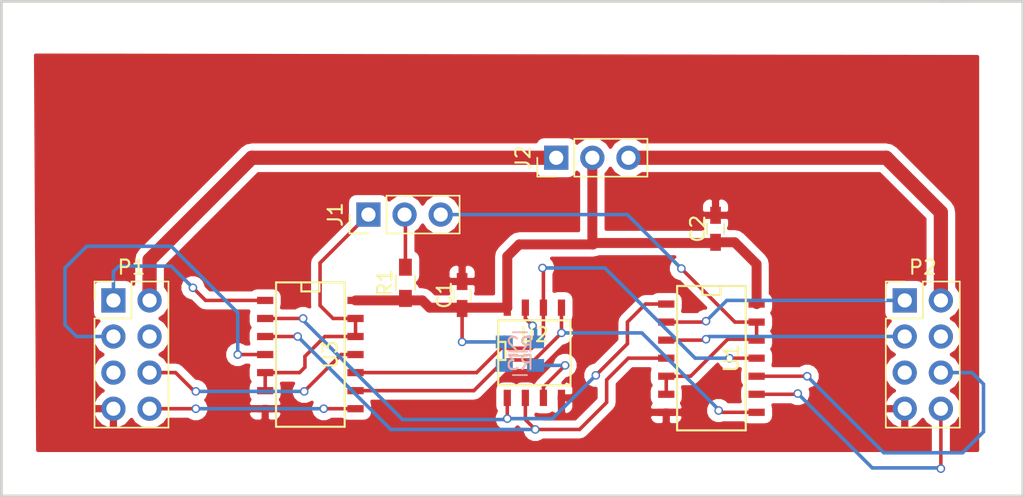
<source format=kicad_pcb>
(kicad_pcb (version 4) (host pcbnew 4.0.7)

  (general
    (links 43)
    (no_connects 0)
    (area 101.499999 70.299999 173.500001 105.300001)
    (thickness 1.6)
    (drawings 5)
    (tracks 174)
    (zones 0)
    (modules 12)
    (nets 26)
  )

  (page A4)
  (title_block
    (title spisolator2)
    (date 2018-05-31)
    (rev v0.1)
  )

  (layers
    (0 F.Cu signal)
    (31 B.Cu signal)
    (32 B.Adhes user)
    (33 F.Adhes user)
    (34 B.Paste user)
    (35 F.Paste user)
    (36 B.SilkS user)
    (37 F.SilkS user)
    (38 B.Mask user)
    (39 F.Mask user)
    (40 Dwgs.User user)
    (41 Cmts.User user)
    (42 Eco1.User user)
    (43 Eco2.User user)
    (44 Edge.Cuts user)
    (45 Margin user)
    (46 B.CrtYd user)
    (47 F.CrtYd user)
    (48 B.Fab user)
    (49 F.Fab user)
  )

  (setup
    (last_trace_width 0.25)
    (user_trace_width 0.7)
    (user_trace_width 1)
    (trace_clearance 0.2)
    (zone_clearance 0.508)
    (zone_45_only no)
    (trace_min 0.1524)
    (segment_width 0.2)
    (edge_width 0.2)
    (via_size 0.6)
    (via_drill 0.4)
    (via_min_size 0.4)
    (via_min_drill 0.3)
    (uvia_size 0.3)
    (uvia_drill 0.1)
    (uvias_allowed no)
    (uvia_min_size 0.2)
    (uvia_min_drill 0.1)
    (pcb_text_width 0.3)
    (pcb_text_size 1.5 1.5)
    (mod_edge_width 0.15)
    (mod_text_size 1 1)
    (mod_text_width 0.15)
    (pad_size 1.524 1.524)
    (pad_drill 0.762)
    (pad_to_mask_clearance 0.2)
    (aux_axis_origin 101.6 70.2)
    (visible_elements FFFFFF3F)
    (pcbplotparams
      (layerselection 0x010f0_80000001)
      (usegerberextensions false)
      (excludeedgelayer true)
      (linewidth 0.100000)
      (plotframeref false)
      (viasonmask false)
      (mode 1)
      (useauxorigin false)
      (hpglpennumber 1)
      (hpglpenspeed 20)
      (hpglpendiameter 15)
      (hpglpenoverlay 2)
      (psnegative false)
      (psa4output false)
      (plotreference true)
      (plotvalue true)
      (plotinvisibletext false)
      (padsonsilk false)
      (subtractmaskfromsilk false)
      (outputformat 1)
      (mirror false)
      (drillshape 0)
      (scaleselection 1)
      (outputdirectory /home/lynxis/projects/coreboot/spiisolator2/gerber/))
  )

  (net 0 "")
  (net 1 +3V3)
  (net 2 GND)
  (net 3 "Net-(J1-Pad2)")
  (net 4 VCC_Flasher)
  (net 5 VCC_Mainboard)
  (net 6 "Net-(P1-Pad4)")
  (net 7 "Net-(P1-Pad5)")
  (net 8 "Net-(P2-Pad4)")
  (net 9 "Net-(P2-Pad5)")
  (net 10 "Net-(R3-Pad2)")
  (net 11 /EN_FL)
  (net 12 /EN_MB)
  (net 13 /~CS_FL)
  (net 14 /SI_FL)
  (net 15 /CLK_FL)
  (net 16 /SO_FL)
  (net 17 /~CS_MB)
  (net 18 /SO_MB)
  (net 19 /CLK_MB)
  (net 20 /SI_MB)
  (net 21 /~WP)
  (net 22 /~CS)
  (net 23 /SO)
  (net 24 /SI)
  (net 25 /CLK)

  (net_class Default "This is the default net class."
    (clearance 0.2)
    (trace_width 0.25)
    (via_dia 0.6)
    (via_drill 0.4)
    (uvia_dia 0.3)
    (uvia_drill 0.1)
    (add_net +3V3)
    (add_net /CLK)
    (add_net /CLK_FL)
    (add_net /CLK_MB)
    (add_net /EN_FL)
    (add_net /EN_MB)
    (add_net /SI)
    (add_net /SI_FL)
    (add_net /SI_MB)
    (add_net /SO)
    (add_net /SO_FL)
    (add_net /SO_MB)
    (add_net /~CS)
    (add_net /~CS_FL)
    (add_net /~CS_MB)
    (add_net /~WP)
    (add_net GND)
    (add_net "Net-(J1-Pad2)")
    (add_net "Net-(P1-Pad4)")
    (add_net "Net-(P1-Pad5)")
    (add_net "Net-(P2-Pad4)")
    (add_net "Net-(P2-Pad5)")
    (add_net "Net-(R3-Pad2)")
    (add_net VCC_Flasher)
    (add_net VCC_Mainboard)
  )

  (module Capacitors_SMD:C_0603_HandSoldering (layer F.Cu) (tedit 58AA848B) (tstamp 5B0F364E)
    (at 133.985 91.059 90)
    (descr "Capacitor SMD 0603, hand soldering")
    (tags "capacitor 0603")
    (path /5B100400)
    (attr smd)
    (fp_text reference C1 (at 0 -1.25 90) (layer F.SilkS)
      (effects (font (size 1 1) (thickness 0.15)))
    )
    (fp_text value 10nF (at 0 1.5 90) (layer F.Fab)
      (effects (font (size 1 1) (thickness 0.15)))
    )
    (fp_text user %R (at 0 -1.25 90) (layer F.Fab)
      (effects (font (size 1 1) (thickness 0.15)))
    )
    (fp_line (start -0.8 0.4) (end -0.8 -0.4) (layer F.Fab) (width 0.1))
    (fp_line (start 0.8 0.4) (end -0.8 0.4) (layer F.Fab) (width 0.1))
    (fp_line (start 0.8 -0.4) (end 0.8 0.4) (layer F.Fab) (width 0.1))
    (fp_line (start -0.8 -0.4) (end 0.8 -0.4) (layer F.Fab) (width 0.1))
    (fp_line (start -0.35 -0.6) (end 0.35 -0.6) (layer F.SilkS) (width 0.12))
    (fp_line (start 0.35 0.6) (end -0.35 0.6) (layer F.SilkS) (width 0.12))
    (fp_line (start -1.8 -0.65) (end 1.8 -0.65) (layer F.CrtYd) (width 0.05))
    (fp_line (start -1.8 -0.65) (end -1.8 0.65) (layer F.CrtYd) (width 0.05))
    (fp_line (start 1.8 0.65) (end 1.8 -0.65) (layer F.CrtYd) (width 0.05))
    (fp_line (start 1.8 0.65) (end -1.8 0.65) (layer F.CrtYd) (width 0.05))
    (pad 1 smd rect (at -0.95 0 90) (size 1.2 0.75) (layers F.Cu F.Paste F.Mask)
      (net 1 +3V3))
    (pad 2 smd rect (at 0.95 0 90) (size 1.2 0.75) (layers F.Cu F.Paste F.Mask)
      (net 2 GND))
    (model Capacitors_SMD.3dshapes/C_0603.wrl
      (at (xyz 0 0 0))
      (scale (xyz 1 1 1))
      (rotate (xyz 0 0 0))
    )
  )

  (module Capacitors_SMD:C_0603_HandSoldering (layer F.Cu) (tedit 58AA848B) (tstamp 5B0F3654)
    (at 151.8 86.4 90)
    (descr "Capacitor SMD 0603, hand soldering")
    (tags "capacitor 0603")
    (path /5B103402)
    (attr smd)
    (fp_text reference C2 (at 0 -1.25 90) (layer F.SilkS)
      (effects (font (size 1 1) (thickness 0.15)))
    )
    (fp_text value 10uF (at 0 1.5 90) (layer F.Fab)
      (effects (font (size 1 1) (thickness 0.15)))
    )
    (fp_text user %R (at 0 -1.25 90) (layer F.Fab)
      (effects (font (size 1 1) (thickness 0.15)))
    )
    (fp_line (start -0.8 0.4) (end -0.8 -0.4) (layer F.Fab) (width 0.1))
    (fp_line (start 0.8 0.4) (end -0.8 0.4) (layer F.Fab) (width 0.1))
    (fp_line (start 0.8 -0.4) (end 0.8 0.4) (layer F.Fab) (width 0.1))
    (fp_line (start -0.8 -0.4) (end 0.8 -0.4) (layer F.Fab) (width 0.1))
    (fp_line (start -0.35 -0.6) (end 0.35 -0.6) (layer F.SilkS) (width 0.12))
    (fp_line (start 0.35 0.6) (end -0.35 0.6) (layer F.SilkS) (width 0.12))
    (fp_line (start -1.8 -0.65) (end 1.8 -0.65) (layer F.CrtYd) (width 0.05))
    (fp_line (start -1.8 -0.65) (end -1.8 0.65) (layer F.CrtYd) (width 0.05))
    (fp_line (start 1.8 0.65) (end 1.8 -0.65) (layer F.CrtYd) (width 0.05))
    (fp_line (start 1.8 0.65) (end -1.8 0.65) (layer F.CrtYd) (width 0.05))
    (pad 1 smd rect (at -0.95 0 90) (size 1.2 0.75) (layers F.Cu F.Paste F.Mask)
      (net 1 +3V3))
    (pad 2 smd rect (at 0.95 0 90) (size 1.2 0.75) (layers F.Cu F.Paste F.Mask)
      (net 2 GND))
    (model Capacitors_SMD.3dshapes/C_0603.wrl
      (at (xyz 0 0 0))
      (scale (xyz 1 1 1))
      (rotate (xyz 0 0 0))
    )
  )

  (module Pin_Headers:Pin_Header_Straight_1x03_Pitch2.54mm (layer F.Cu) (tedit 59650532) (tstamp 5B0F365B)
    (at 127.4 85.4 90)
    (descr "Through hole straight pin header, 1x03, 2.54mm pitch, single row")
    (tags "Through hole pin header THT 1x03 2.54mm single row")
    (path /5B10A2C6)
    (fp_text reference J1 (at 0 -2.33 90) (layer F.SilkS)
      (effects (font (size 1 1) (thickness 0.15)))
    )
    (fp_text value Conn_01x03_Male (at 0 7.41 90) (layer F.Fab)
      (effects (font (size 1 1) (thickness 0.15)))
    )
    (fp_line (start -0.635 -1.27) (end 1.27 -1.27) (layer F.Fab) (width 0.1))
    (fp_line (start 1.27 -1.27) (end 1.27 6.35) (layer F.Fab) (width 0.1))
    (fp_line (start 1.27 6.35) (end -1.27 6.35) (layer F.Fab) (width 0.1))
    (fp_line (start -1.27 6.35) (end -1.27 -0.635) (layer F.Fab) (width 0.1))
    (fp_line (start -1.27 -0.635) (end -0.635 -1.27) (layer F.Fab) (width 0.1))
    (fp_line (start -1.33 6.41) (end 1.33 6.41) (layer F.SilkS) (width 0.12))
    (fp_line (start -1.33 1.27) (end -1.33 6.41) (layer F.SilkS) (width 0.12))
    (fp_line (start 1.33 1.27) (end 1.33 6.41) (layer F.SilkS) (width 0.12))
    (fp_line (start -1.33 1.27) (end 1.33 1.27) (layer F.SilkS) (width 0.12))
    (fp_line (start -1.33 0) (end -1.33 -1.33) (layer F.SilkS) (width 0.12))
    (fp_line (start -1.33 -1.33) (end 0 -1.33) (layer F.SilkS) (width 0.12))
    (fp_line (start -1.8 -1.8) (end -1.8 6.85) (layer F.CrtYd) (width 0.05))
    (fp_line (start -1.8 6.85) (end 1.8 6.85) (layer F.CrtYd) (width 0.05))
    (fp_line (start 1.8 6.85) (end 1.8 -1.8) (layer F.CrtYd) (width 0.05))
    (fp_line (start 1.8 -1.8) (end -1.8 -1.8) (layer F.CrtYd) (width 0.05))
    (fp_text user %R (at 0 2.54 180) (layer F.Fab)
      (effects (font (size 1 1) (thickness 0.15)))
    )
    (pad 1 thru_hole rect (at 0 0 90) (size 1.7 1.7) (drill 1) (layers *.Cu *.Mask)
      (net 11 /EN_FL))
    (pad 2 thru_hole oval (at 0 2.54 90) (size 1.7 1.7) (drill 1) (layers *.Cu *.Mask)
      (net 3 "Net-(J1-Pad2)"))
    (pad 3 thru_hole oval (at 0 5.08 90) (size 1.7 1.7) (drill 1) (layers *.Cu *.Mask)
      (net 12 /EN_MB))
    (model ${KISYS3DMOD}/Pin_Headers.3dshapes/Pin_Header_Straight_1x03_Pitch2.54mm.wrl
      (at (xyz 0 0 0))
      (scale (xyz 1 1 1))
      (rotate (xyz 0 0 0))
    )
  )

  (module Pin_Headers:Pin_Header_Straight_1x03_Pitch2.54mm (layer F.Cu) (tedit 59650532) (tstamp 5B0F3662)
    (at 140.6 81.4 90)
    (descr "Through hole straight pin header, 1x03, 2.54mm pitch, single row")
    (tags "Through hole pin header THT 1x03 2.54mm single row")
    (path /5B103ECB)
    (fp_text reference J2 (at 0 -2.33 90) (layer F.SilkS)
      (effects (font (size 1 1) (thickness 0.15)))
    )
    (fp_text value Conn_01x03_Male (at 0 7.41 90) (layer F.Fab)
      (effects (font (size 1 1) (thickness 0.15)))
    )
    (fp_line (start -0.635 -1.27) (end 1.27 -1.27) (layer F.Fab) (width 0.1))
    (fp_line (start 1.27 -1.27) (end 1.27 6.35) (layer F.Fab) (width 0.1))
    (fp_line (start 1.27 6.35) (end -1.27 6.35) (layer F.Fab) (width 0.1))
    (fp_line (start -1.27 6.35) (end -1.27 -0.635) (layer F.Fab) (width 0.1))
    (fp_line (start -1.27 -0.635) (end -0.635 -1.27) (layer F.Fab) (width 0.1))
    (fp_line (start -1.33 6.41) (end 1.33 6.41) (layer F.SilkS) (width 0.12))
    (fp_line (start -1.33 1.27) (end -1.33 6.41) (layer F.SilkS) (width 0.12))
    (fp_line (start 1.33 1.27) (end 1.33 6.41) (layer F.SilkS) (width 0.12))
    (fp_line (start -1.33 1.27) (end 1.33 1.27) (layer F.SilkS) (width 0.12))
    (fp_line (start -1.33 0) (end -1.33 -1.33) (layer F.SilkS) (width 0.12))
    (fp_line (start -1.33 -1.33) (end 0 -1.33) (layer F.SilkS) (width 0.12))
    (fp_line (start -1.8 -1.8) (end -1.8 6.85) (layer F.CrtYd) (width 0.05))
    (fp_line (start -1.8 6.85) (end 1.8 6.85) (layer F.CrtYd) (width 0.05))
    (fp_line (start 1.8 6.85) (end 1.8 -1.8) (layer F.CrtYd) (width 0.05))
    (fp_line (start 1.8 -1.8) (end -1.8 -1.8) (layer F.CrtYd) (width 0.05))
    (fp_text user %R (at 0 2.54 180) (layer F.Fab)
      (effects (font (size 1 1) (thickness 0.15)))
    )
    (pad 1 thru_hole rect (at 0 0 90) (size 1.7 1.7) (drill 1) (layers *.Cu *.Mask)
      (net 4 VCC_Flasher))
    (pad 2 thru_hole oval (at 0 2.54 90) (size 1.7 1.7) (drill 1) (layers *.Cu *.Mask)
      (net 1 +3V3))
    (pad 3 thru_hole oval (at 0 5.08 90) (size 1.7 1.7) (drill 1) (layers *.Cu *.Mask)
      (net 5 VCC_Mainboard))
    (model ${KISYS3DMOD}/Pin_Headers.3dshapes/Pin_Header_Straight_1x03_Pitch2.54mm.wrl
      (at (xyz 0 0 0))
      (scale (xyz 1 1 1))
      (rotate (xyz 0 0 0))
    )
  )

  (module Pin_Headers:Pin_Header_Straight_2x04_Pitch2.54mm (layer F.Cu) (tedit 59650532) (tstamp 5B0F366E)
    (at 109.474 91.44)
    (descr "Through hole straight pin header, 2x04, 2.54mm pitch, double rows")
    (tags "Through hole pin header THT 2x04 2.54mm double row")
    (path /5B0F65CF)
    (fp_text reference P1 (at 1.27 -2.33) (layer F.SilkS)
      (effects (font (size 1 1) (thickness 0.15)))
    )
    (fp_text value CONN_02X04 (at 1.27 9.95) (layer F.Fab)
      (effects (font (size 1 1) (thickness 0.15)))
    )
    (fp_line (start 0 -1.27) (end 3.81 -1.27) (layer F.Fab) (width 0.1))
    (fp_line (start 3.81 -1.27) (end 3.81 8.89) (layer F.Fab) (width 0.1))
    (fp_line (start 3.81 8.89) (end -1.27 8.89) (layer F.Fab) (width 0.1))
    (fp_line (start -1.27 8.89) (end -1.27 0) (layer F.Fab) (width 0.1))
    (fp_line (start -1.27 0) (end 0 -1.27) (layer F.Fab) (width 0.1))
    (fp_line (start -1.33 8.95) (end 3.87 8.95) (layer F.SilkS) (width 0.12))
    (fp_line (start -1.33 1.27) (end -1.33 8.95) (layer F.SilkS) (width 0.12))
    (fp_line (start 3.87 -1.33) (end 3.87 8.95) (layer F.SilkS) (width 0.12))
    (fp_line (start -1.33 1.27) (end 1.27 1.27) (layer F.SilkS) (width 0.12))
    (fp_line (start 1.27 1.27) (end 1.27 -1.33) (layer F.SilkS) (width 0.12))
    (fp_line (start 1.27 -1.33) (end 3.87 -1.33) (layer F.SilkS) (width 0.12))
    (fp_line (start -1.33 0) (end -1.33 -1.33) (layer F.SilkS) (width 0.12))
    (fp_line (start -1.33 -1.33) (end 0 -1.33) (layer F.SilkS) (width 0.12))
    (fp_line (start -1.8 -1.8) (end -1.8 9.4) (layer F.CrtYd) (width 0.05))
    (fp_line (start -1.8 9.4) (end 4.35 9.4) (layer F.CrtYd) (width 0.05))
    (fp_line (start 4.35 9.4) (end 4.35 -1.8) (layer F.CrtYd) (width 0.05))
    (fp_line (start 4.35 -1.8) (end -1.8 -1.8) (layer F.CrtYd) (width 0.05))
    (fp_text user %R (at 1.27 3.81 90) (layer F.Fab)
      (effects (font (size 1 1) (thickness 0.15)))
    )
    (pad 1 thru_hole rect (at 0 0) (size 1.7 1.7) (drill 1) (layers *.Cu *.Mask)
      (net 13 /~CS_FL))
    (pad 2 thru_hole oval (at 2.54 0) (size 1.7 1.7) (drill 1) (layers *.Cu *.Mask)
      (net 4 VCC_Flasher))
    (pad 3 thru_hole oval (at 0 2.54) (size 1.7 1.7) (drill 1) (layers *.Cu *.Mask)
      (net 14 /SI_FL))
    (pad 4 thru_hole oval (at 2.54 2.54) (size 1.7 1.7) (drill 1) (layers *.Cu *.Mask)
      (net 6 "Net-(P1-Pad4)"))
    (pad 5 thru_hole oval (at 0 5.08) (size 1.7 1.7) (drill 1) (layers *.Cu *.Mask)
      (net 7 "Net-(P1-Pad5)"))
    (pad 6 thru_hole oval (at 2.54 5.08) (size 1.7 1.7) (drill 1) (layers *.Cu *.Mask)
      (net 15 /CLK_FL))
    (pad 7 thru_hole oval (at 0 7.62) (size 1.7 1.7) (drill 1) (layers *.Cu *.Mask)
      (net 2 GND))
    (pad 8 thru_hole oval (at 2.54 7.62) (size 1.7 1.7) (drill 1) (layers *.Cu *.Mask)
      (net 16 /SO_FL))
    (model ${KISYS3DMOD}/Pin_Headers.3dshapes/Pin_Header_Straight_2x04_Pitch2.54mm.wrl
      (at (xyz 0 0 0))
      (scale (xyz 1 1 1))
      (rotate (xyz 0 0 0))
    )
  )

  (module Pin_Headers:Pin_Header_Straight_2x04_Pitch2.54mm (layer F.Cu) (tedit 59650532) (tstamp 5B0F367A)
    (at 165.1 91.44)
    (descr "Through hole straight pin header, 2x04, 2.54mm pitch, double rows")
    (tags "Through hole pin header THT 2x04 2.54mm double row")
    (path /5B0F639F)
    (fp_text reference P2 (at 1.27 -2.33) (layer F.SilkS)
      (effects (font (size 1 1) (thickness 0.15)))
    )
    (fp_text value CONN_02X04 (at 1.27 9.95) (layer F.Fab)
      (effects (font (size 1 1) (thickness 0.15)))
    )
    (fp_line (start 0 -1.27) (end 3.81 -1.27) (layer F.Fab) (width 0.1))
    (fp_line (start 3.81 -1.27) (end 3.81 8.89) (layer F.Fab) (width 0.1))
    (fp_line (start 3.81 8.89) (end -1.27 8.89) (layer F.Fab) (width 0.1))
    (fp_line (start -1.27 8.89) (end -1.27 0) (layer F.Fab) (width 0.1))
    (fp_line (start -1.27 0) (end 0 -1.27) (layer F.Fab) (width 0.1))
    (fp_line (start -1.33 8.95) (end 3.87 8.95) (layer F.SilkS) (width 0.12))
    (fp_line (start -1.33 1.27) (end -1.33 8.95) (layer F.SilkS) (width 0.12))
    (fp_line (start 3.87 -1.33) (end 3.87 8.95) (layer F.SilkS) (width 0.12))
    (fp_line (start -1.33 1.27) (end 1.27 1.27) (layer F.SilkS) (width 0.12))
    (fp_line (start 1.27 1.27) (end 1.27 -1.33) (layer F.SilkS) (width 0.12))
    (fp_line (start 1.27 -1.33) (end 3.87 -1.33) (layer F.SilkS) (width 0.12))
    (fp_line (start -1.33 0) (end -1.33 -1.33) (layer F.SilkS) (width 0.12))
    (fp_line (start -1.33 -1.33) (end 0 -1.33) (layer F.SilkS) (width 0.12))
    (fp_line (start -1.8 -1.8) (end -1.8 9.4) (layer F.CrtYd) (width 0.05))
    (fp_line (start -1.8 9.4) (end 4.35 9.4) (layer F.CrtYd) (width 0.05))
    (fp_line (start 4.35 9.4) (end 4.35 -1.8) (layer F.CrtYd) (width 0.05))
    (fp_line (start 4.35 -1.8) (end -1.8 -1.8) (layer F.CrtYd) (width 0.05))
    (fp_text user %R (at 1.27 3.81 90) (layer F.Fab)
      (effects (font (size 1 1) (thickness 0.15)))
    )
    (pad 1 thru_hole rect (at 0 0) (size 1.7 1.7) (drill 1) (layers *.Cu *.Mask)
      (net 17 /~CS_MB))
    (pad 2 thru_hole oval (at 2.54 0) (size 1.7 1.7) (drill 1) (layers *.Cu *.Mask)
      (net 5 VCC_Mainboard))
    (pad 3 thru_hole oval (at 0 2.54) (size 1.7 1.7) (drill 1) (layers *.Cu *.Mask)
      (net 18 /SO_MB))
    (pad 4 thru_hole oval (at 2.54 2.54) (size 1.7 1.7) (drill 1) (layers *.Cu *.Mask)
      (net 8 "Net-(P2-Pad4)"))
    (pad 5 thru_hole oval (at 0 5.08) (size 1.7 1.7) (drill 1) (layers *.Cu *.Mask)
      (net 9 "Net-(P2-Pad5)"))
    (pad 6 thru_hole oval (at 2.54 5.08) (size 1.7 1.7) (drill 1) (layers *.Cu *.Mask)
      (net 19 /CLK_MB))
    (pad 7 thru_hole oval (at 0 7.62) (size 1.7 1.7) (drill 1) (layers *.Cu *.Mask)
      (net 2 GND))
    (pad 8 thru_hole oval (at 2.54 7.62) (size 1.7 1.7) (drill 1) (layers *.Cu *.Mask)
      (net 20 /SI_MB))
    (model ${KISYS3DMOD}/Pin_Headers.3dshapes/Pin_Header_Straight_2x04_Pitch2.54mm.wrl
      (at (xyz 0 0 0))
      (scale (xyz 1 1 1))
      (rotate (xyz 0 0 0))
    )
  )

  (module Resistors_SMD:R_0603_HandSoldering (layer F.Cu) (tedit 58E0A804) (tstamp 5B0F3680)
    (at 130 90.2 90)
    (descr "Resistor SMD 0603, hand soldering")
    (tags "resistor 0603")
    (path /5B10C44C)
    (attr smd)
    (fp_text reference R1 (at 0 -1.45 90) (layer F.SilkS)
      (effects (font (size 1 1) (thickness 0.15)))
    )
    (fp_text value 10k (at 0 1.55 90) (layer F.Fab)
      (effects (font (size 1 1) (thickness 0.15)))
    )
    (fp_text user %R (at 0 0 90) (layer F.Fab)
      (effects (font (size 0.4 0.4) (thickness 0.075)))
    )
    (fp_line (start -0.8 0.4) (end -0.8 -0.4) (layer F.Fab) (width 0.1))
    (fp_line (start 0.8 0.4) (end -0.8 0.4) (layer F.Fab) (width 0.1))
    (fp_line (start 0.8 -0.4) (end 0.8 0.4) (layer F.Fab) (width 0.1))
    (fp_line (start -0.8 -0.4) (end 0.8 -0.4) (layer F.Fab) (width 0.1))
    (fp_line (start 0.5 0.68) (end -0.5 0.68) (layer F.SilkS) (width 0.12))
    (fp_line (start -0.5 -0.68) (end 0.5 -0.68) (layer F.SilkS) (width 0.12))
    (fp_line (start -1.96 -0.7) (end 1.95 -0.7) (layer F.CrtYd) (width 0.05))
    (fp_line (start -1.96 -0.7) (end -1.96 0.7) (layer F.CrtYd) (width 0.05))
    (fp_line (start 1.95 0.7) (end 1.95 -0.7) (layer F.CrtYd) (width 0.05))
    (fp_line (start 1.95 0.7) (end -1.96 0.7) (layer F.CrtYd) (width 0.05))
    (pad 1 smd rect (at -1.1 0 90) (size 1.2 0.9) (layers F.Cu F.Paste F.Mask)
      (net 1 +3V3))
    (pad 2 smd rect (at 1.1 0 90) (size 1.2 0.9) (layers F.Cu F.Paste F.Mask)
      (net 3 "Net-(J1-Pad2)"))
    (model ${KISYS3DMOD}/Resistors_SMD.3dshapes/R_0603.wrl
      (at (xyz 0 0 0))
      (scale (xyz 1 1 1))
      (rotate (xyz 0 0 0))
    )
  )

  (module Resistors_SMD:R_0603_HandSoldering (layer B.Cu) (tedit 58E0A804) (tstamp 5B0F3686)
    (at 138.049 96.012 180)
    (descr "Resistor SMD 0603, hand soldering")
    (tags "resistor 0603")
    (path /5B0F6E5B)
    (attr smd)
    (fp_text reference R2 (at 0 1.45 180) (layer B.SilkS)
      (effects (font (size 1 1) (thickness 0.15)) (justify mirror))
    )
    (fp_text value 10k (at 0 -1.55 180) (layer B.Fab)
      (effects (font (size 1 1) (thickness 0.15)) (justify mirror))
    )
    (fp_text user %R (at 0 0 180) (layer B.Fab)
      (effects (font (size 0.4 0.4) (thickness 0.075)) (justify mirror))
    )
    (fp_line (start -0.8 -0.4) (end -0.8 0.4) (layer B.Fab) (width 0.1))
    (fp_line (start 0.8 -0.4) (end -0.8 -0.4) (layer B.Fab) (width 0.1))
    (fp_line (start 0.8 0.4) (end 0.8 -0.4) (layer B.Fab) (width 0.1))
    (fp_line (start -0.8 0.4) (end 0.8 0.4) (layer B.Fab) (width 0.1))
    (fp_line (start 0.5 -0.68) (end -0.5 -0.68) (layer B.SilkS) (width 0.12))
    (fp_line (start -0.5 0.68) (end 0.5 0.68) (layer B.SilkS) (width 0.12))
    (fp_line (start -1.96 0.7) (end 1.95 0.7) (layer B.CrtYd) (width 0.05))
    (fp_line (start -1.96 0.7) (end -1.96 -0.7) (layer B.CrtYd) (width 0.05))
    (fp_line (start 1.95 -0.7) (end 1.95 0.7) (layer B.CrtYd) (width 0.05))
    (fp_line (start 1.95 -0.7) (end -1.96 -0.7) (layer B.CrtYd) (width 0.05))
    (pad 1 smd rect (at -1.1 0 180) (size 1.2 0.9) (layers B.Cu B.Paste B.Mask)
      (net 21 /~WP))
    (pad 2 smd rect (at 1.1 0 180) (size 1.2 0.9) (layers B.Cu B.Paste B.Mask)
      (net 1 +3V3))
    (model ${KISYS3DMOD}/Resistors_SMD.3dshapes/R_0603.wrl
      (at (xyz 0 0 0))
      (scale (xyz 1 1 1))
      (rotate (xyz 0 0 0))
    )
  )

  (module Resistors_SMD:R_0603_HandSoldering (layer B.Cu) (tedit 58E0A804) (tstamp 5B0F368C)
    (at 138.049 94.361)
    (descr "Resistor SMD 0603, hand soldering")
    (tags "resistor 0603")
    (path /5B0F6DF4)
    (attr smd)
    (fp_text reference R3 (at 0 1.45) (layer B.SilkS)
      (effects (font (size 1 1) (thickness 0.15)) (justify mirror))
    )
    (fp_text value 10k (at 0 -1.55) (layer B.Fab)
      (effects (font (size 1 1) (thickness 0.15)) (justify mirror))
    )
    (fp_text user %R (at 0 0) (layer B.Fab)
      (effects (font (size 0.4 0.4) (thickness 0.075)) (justify mirror))
    )
    (fp_line (start -0.8 -0.4) (end -0.8 0.4) (layer B.Fab) (width 0.1))
    (fp_line (start 0.8 -0.4) (end -0.8 -0.4) (layer B.Fab) (width 0.1))
    (fp_line (start 0.8 0.4) (end 0.8 -0.4) (layer B.Fab) (width 0.1))
    (fp_line (start -0.8 0.4) (end 0.8 0.4) (layer B.Fab) (width 0.1))
    (fp_line (start 0.5 -0.68) (end -0.5 -0.68) (layer B.SilkS) (width 0.12))
    (fp_line (start -0.5 0.68) (end 0.5 0.68) (layer B.SilkS) (width 0.12))
    (fp_line (start -1.96 0.7) (end 1.95 0.7) (layer B.CrtYd) (width 0.05))
    (fp_line (start -1.96 0.7) (end -1.96 -0.7) (layer B.CrtYd) (width 0.05))
    (fp_line (start 1.95 -0.7) (end 1.95 0.7) (layer B.CrtYd) (width 0.05))
    (fp_line (start 1.95 -0.7) (end -1.96 -0.7) (layer B.CrtYd) (width 0.05))
    (pad 1 smd rect (at -1.1 0) (size 1.2 0.9) (layers B.Cu B.Paste B.Mask)
      (net 1 +3V3))
    (pad 2 smd rect (at 1.1 0) (size 1.2 0.9) (layers B.Cu B.Paste B.Mask)
      (net 10 "Net-(R3-Pad2)"))
    (model ${KISYS3DMOD}/Resistors_SMD.3dshapes/R_0603.wrl
      (at (xyz 0 0 0))
      (scale (xyz 1 1 1))
      (rotate (xyz 0 0 0))
    )
  )

  (module SMD_Packages:SOIC-14_N (layer F.Cu) (tedit 0) (tstamp 5B0F369E)
    (at 151.638 95.504 270)
    (descr "Module CMS SOJ 14 pins Large")
    (tags "CMS SOJ")
    (path /5B0F4DC0)
    (attr smd)
    (fp_text reference U1 (at 0 -1.27 270) (layer F.SilkS)
      (effects (font (size 1 1) (thickness 0.15)))
    )
    (fp_text value 4066 (at 0 1.27 270) (layer F.Fab)
      (effects (font (size 1 1) (thickness 0.15)))
    )
    (fp_line (start 5.08 -2.286) (end 5.08 2.54) (layer F.SilkS) (width 0.15))
    (fp_line (start 5.08 2.54) (end -5.08 2.54) (layer F.SilkS) (width 0.15))
    (fp_line (start -5.08 2.54) (end -5.08 -2.286) (layer F.SilkS) (width 0.15))
    (fp_line (start -5.08 -2.286) (end 5.08 -2.286) (layer F.SilkS) (width 0.15))
    (fp_line (start -5.08 -0.508) (end -4.445 -0.508) (layer F.SilkS) (width 0.15))
    (fp_line (start -4.445 -0.508) (end -4.445 0.762) (layer F.SilkS) (width 0.15))
    (fp_line (start -4.445 0.762) (end -5.08 0.762) (layer F.SilkS) (width 0.15))
    (pad 1 smd rect (at -3.81 3.302 270) (size 0.508 1.143) (layers F.Cu F.Paste F.Mask)
      (net 22 /~CS))
    (pad 2 smd rect (at -2.54 3.302 270) (size 0.508 1.143) (layers F.Cu F.Paste F.Mask)
      (net 17 /~CS_MB))
    (pad 3 smd rect (at -1.27 3.302 270) (size 0.508 1.143) (layers F.Cu F.Paste F.Mask)
      (net 18 /SO_MB))
    (pad 4 smd rect (at 0 3.302 270) (size 0.508 1.143) (layers F.Cu F.Paste F.Mask)
      (net 23 /SO))
    (pad 5 smd rect (at 1.27 3.302 270) (size 0.508 1.143) (layers F.Cu F.Paste F.Mask)
      (net 12 /EN_MB))
    (pad 6 smd rect (at 2.54 3.302 270) (size 0.508 1.143) (layers F.Cu F.Paste F.Mask)
      (net 12 /EN_MB))
    (pad 7 smd rect (at 3.81 3.302 270) (size 0.508 1.143) (layers F.Cu F.Paste F.Mask)
      (net 2 GND))
    (pad 8 smd rect (at 3.81 -3.048 270) (size 0.508 1.143) (layers F.Cu F.Paste F.Mask)
      (net 24 /SI))
    (pad 9 smd rect (at 2.54 -3.048 270) (size 0.508 1.143) (layers F.Cu F.Paste F.Mask)
      (net 20 /SI_MB))
    (pad 11 smd rect (at 0 -3.048 270) (size 0.508 1.143) (layers F.Cu F.Paste F.Mask)
      (net 25 /CLK))
    (pad 12 smd rect (at -1.27 -3.048 270) (size 0.508 1.143) (layers F.Cu F.Paste F.Mask)
      (net 12 /EN_MB))
    (pad 13 smd rect (at -2.54 -3.048 270) (size 0.508 1.143) (layers F.Cu F.Paste F.Mask)
      (net 12 /EN_MB))
    (pad 14 smd rect (at -3.81 -3.048 270) (size 0.508 1.143) (layers F.Cu F.Paste F.Mask)
      (net 1 +3V3))
    (pad 10 smd rect (at 1.27 -3.048 270) (size 0.508 1.143) (layers F.Cu F.Paste F.Mask)
      (net 19 /CLK_MB))
    (model SMD_Packages.3dshapes/SOIC-14_N.wrl
      (at (xyz 0 0 0))
      (scale (xyz 0.5 0.4 0.5))
      (rotate (xyz 0 0 0))
    )
  )

  (module SMD_Packages:SOIC-8-N (layer F.Cu) (tedit 0) (tstamp 5B0F36AA)
    (at 139.065 95.123)
    (descr "Module Narrow CMS SOJ 8 pins large")
    (tags "CMS SOJ")
    (path /5B0F5CAB)
    (attr smd)
    (fp_text reference U2 (at 0 -1.27) (layer F.SilkS)
      (effects (font (size 1 1) (thickness 0.15)))
    )
    (fp_text value 25LXX (at 0 1.27) (layer F.Fab)
      (effects (font (size 1 1) (thickness 0.15)))
    )
    (fp_line (start -2.54 -2.286) (end 2.54 -2.286) (layer F.SilkS) (width 0.15))
    (fp_line (start 2.54 -2.286) (end 2.54 2.286) (layer F.SilkS) (width 0.15))
    (fp_line (start 2.54 2.286) (end -2.54 2.286) (layer F.SilkS) (width 0.15))
    (fp_line (start -2.54 2.286) (end -2.54 -2.286) (layer F.SilkS) (width 0.15))
    (fp_line (start -2.54 -0.762) (end -2.032 -0.762) (layer F.SilkS) (width 0.15))
    (fp_line (start -2.032 -0.762) (end -2.032 0.508) (layer F.SilkS) (width 0.15))
    (fp_line (start -2.032 0.508) (end -2.54 0.508) (layer F.SilkS) (width 0.15))
    (pad 8 smd rect (at -1.905 -3.175) (size 0.508 1.143) (layers F.Cu F.Paste F.Mask)
      (net 1 +3V3))
    (pad 7 smd rect (at -0.635 -3.175) (size 0.508 1.143) (layers F.Cu F.Paste F.Mask)
      (net 10 "Net-(R3-Pad2)"))
    (pad 6 smd rect (at 0.635 -3.175) (size 0.508 1.143) (layers F.Cu F.Paste F.Mask)
      (net 25 /CLK))
    (pad 5 smd rect (at 1.905 -3.175) (size 0.508 1.143) (layers F.Cu F.Paste F.Mask)
      (net 24 /SI))
    (pad 4 smd rect (at 1.905 3.175) (size 0.508 1.143) (layers F.Cu F.Paste F.Mask)
      (net 2 GND))
    (pad 3 smd rect (at 0.635 3.175) (size 0.508 1.143) (layers F.Cu F.Paste F.Mask)
      (net 21 /~WP))
    (pad 2 smd rect (at -0.635 3.175) (size 0.508 1.143) (layers F.Cu F.Paste F.Mask)
      (net 23 /SO))
    (pad 1 smd rect (at -1.905 3.175) (size 0.508 1.143) (layers F.Cu F.Paste F.Mask)
      (net 22 /~CS))
    (model SMD_Packages.3dshapes/SOIC-8-N.wrl
      (at (xyz 0 0 0))
      (scale (xyz 0.5 0.38 0.5))
      (rotate (xyz 0 0 0))
    )
  )

  (module SMD_Packages:SOIC-14_N (layer F.Cu) (tedit 0) (tstamp 5B0F36BC)
    (at 123.444 95.25 270)
    (descr "Module CMS SOJ 14 pins Large")
    (tags "CMS SOJ")
    (path /5B0FD800)
    (attr smd)
    (fp_text reference U3 (at 0 -1.27 270) (layer F.SilkS)
      (effects (font (size 1 1) (thickness 0.15)))
    )
    (fp_text value 4066 (at 0 1.27 270) (layer F.Fab)
      (effects (font (size 1 1) (thickness 0.15)))
    )
    (fp_line (start 5.08 -2.286) (end 5.08 2.54) (layer F.SilkS) (width 0.15))
    (fp_line (start 5.08 2.54) (end -5.08 2.54) (layer F.SilkS) (width 0.15))
    (fp_line (start -5.08 2.54) (end -5.08 -2.286) (layer F.SilkS) (width 0.15))
    (fp_line (start -5.08 -2.286) (end 5.08 -2.286) (layer F.SilkS) (width 0.15))
    (fp_line (start -5.08 -0.508) (end -4.445 -0.508) (layer F.SilkS) (width 0.15))
    (fp_line (start -4.445 -0.508) (end -4.445 0.762) (layer F.SilkS) (width 0.15))
    (fp_line (start -4.445 0.762) (end -5.08 0.762) (layer F.SilkS) (width 0.15))
    (pad 1 smd rect (at -3.81 3.302 270) (size 0.508 1.143) (layers F.Cu F.Paste F.Mask)
      (net 13 /~CS_FL))
    (pad 2 smd rect (at -2.54 3.302 270) (size 0.508 1.143) (layers F.Cu F.Paste F.Mask)
      (net 22 /~CS))
    (pad 3 smd rect (at -1.27 3.302 270) (size 0.508 1.143) (layers F.Cu F.Paste F.Mask)
      (net 23 /SO))
    (pad 4 smd rect (at 0 3.302 270) (size 0.508 1.143) (layers F.Cu F.Paste F.Mask)
      (net 14 /SI_FL))
    (pad 5 smd rect (at 1.27 3.302 270) (size 0.508 1.143) (layers F.Cu F.Paste F.Mask)
      (net 11 /EN_FL))
    (pad 6 smd rect (at 2.54 3.302 270) (size 0.508 1.143) (layers F.Cu F.Paste F.Mask)
      (net 11 /EN_FL))
    (pad 7 smd rect (at 3.81 3.302 270) (size 0.508 1.143) (layers F.Cu F.Paste F.Mask)
      (net 2 GND))
    (pad 8 smd rect (at 3.81 -3.048 270) (size 0.508 1.143) (layers F.Cu F.Paste F.Mask)
      (net 16 /SO_FL))
    (pad 9 smd rect (at 2.54 -3.048 270) (size 0.508 1.143) (layers F.Cu F.Paste F.Mask)
      (net 24 /SI))
    (pad 11 smd rect (at 0 -3.048 270) (size 0.508 1.143) (layers F.Cu F.Paste F.Mask)
      (net 15 /CLK_FL))
    (pad 12 smd rect (at -1.27 -3.048 270) (size 0.508 1.143) (layers F.Cu F.Paste F.Mask)
      (net 11 /EN_FL))
    (pad 13 smd rect (at -2.54 -3.048 270) (size 0.508 1.143) (layers F.Cu F.Paste F.Mask)
      (net 11 /EN_FL))
    (pad 14 smd rect (at -3.81 -3.048 270) (size 0.508 1.143) (layers F.Cu F.Paste F.Mask)
      (net 1 +3V3))
    (pad 10 smd rect (at 1.27 -3.048 270) (size 0.508 1.143) (layers F.Cu F.Paste F.Mask)
      (net 25 /CLK))
    (model SMD_Packages.3dshapes/SOIC-14_N.wrl
      (at (xyz 0 0 0))
      (scale (xyz 0.5 0.4 0.5))
      (rotate (xyz 0 0 0))
    )
  )

  (gr_line (start 173.4 70.4) (end 167.6 70.4) (angle 90) (layer Edge.Cuts) (width 0.2))
  (gr_line (start 173.4 105.2) (end 173.4 70.4) (angle 90) (layer Edge.Cuts) (width 0.2))
  (gr_line (start 101.6 105.2) (end 173.4 105.2) (angle 90) (layer Edge.Cuts) (width 0.2))
  (gr_line (start 101.6 70.4) (end 101.6 105.2) (angle 90) (layer Edge.Cuts) (width 0.2))
  (gr_line (start 169 70.4) (end 101.6 70.4) (angle 90) (layer Edge.Cuts) (width 0.2))

  (segment (start 151.8 87.35) (end 153.15 87.35) (width 0.7) (layer F.Cu) (net 1))
  (segment (start 154.686 88.886) (end 154.686 91.694) (width 0.7) (layer F.Cu) (net 1) (tstamp 5B0F6EEA))
  (segment (start 153.15 87.35) (end 154.686 88.886) (width 0.7) (layer F.Cu) (net 1) (tstamp 5B0F6EE9))
  (segment (start 143.14 87.4) (end 151.75 87.4) (width 0.7) (layer F.Cu) (net 1))
  (segment (start 151.75 87.4) (end 151.8 87.35) (width 0.7) (layer F.Cu) (net 1) (tstamp 5B0F6EE6))
  (segment (start 151.55 87.4) (end 151.8 87.15) (width 0.7) (layer F.Cu) (net 1) (tstamp 5B0F6EBD))
  (segment (start 143.2 81.34) (end 143.14 81.4) (width 0.7) (layer F.Cu) (net 1) (tstamp 5B0F6BE8))
  (segment (start 143.14 81.4) (end 143.14 87.4) (width 0.7) (layer F.Cu) (net 1))
  (segment (start 143.14 87.4) (end 143.14 87.5) (width 0.7) (layer F.Cu) (net 1) (tstamp 5B0F6EBB))
  (segment (start 143.2 87.4) (end 143.2 87.5) (width 0.7) (layer F.Cu) (net 1) (tstamp 5B0F6BA9))
  (segment (start 137.16 88.34) (end 138 87.5) (width 0.7) (layer F.Cu) (net 1) (tstamp 5B0F6A72))
  (segment (start 138 87.5) (end 143.2 87.5) (width 0.7) (layer F.Cu) (net 1) (tstamp 5B0F6A73))
  (segment (start 137.16 91.948) (end 137.16 88.34) (width 0.7) (layer F.Cu) (net 1))
  (segment (start 143.14 87.5) (end 143.2 87.44) (width 0.7) (layer F.Cu) (net 1) (tstamp 5B0F6BA6))
  (segment (start 143.2 87.44) (end 143.2 87.4) (width 0.7) (layer F.Cu) (net 1) (tstamp 5B0F6BA8))
  (segment (start 154.7114 91.6686) (end 154.686 91.694) (width 0.7) (layer F.Cu) (net 1) (tstamp 5B0F6967))
  (segment (start 136.949 94.361) (end 133.985 94.361) (width 0.25) (layer B.Cu) (net 1))
  (segment (start 133.985 94.361) (end 133.985 92.009) (width 0.25) (layer F.Cu) (net 1) (tstamp 5B0F63F4))
  (via (at 133.985 94.361) (size 0.6) (drill 0.4) (layers F.Cu B.Cu) (net 1))
  (segment (start 137.16 91.948) (end 134.046 91.948) (width 0.7) (layer F.Cu) (net 1))
  (segment (start 134.046 91.948) (end 131.699 91.948) (width 0.7) (layer F.Cu) (net 1) (tstamp 5B0F63D3))
  (segment (start 131.699 91.948) (end 131.191 91.44) (width 0.7) (layer F.Cu) (net 1) (tstamp 5B0F63D5))
  (segment (start 131.191 91.44) (end 130.4036 91.44) (width 0.7) (layer F.Cu) (net 1) (tstamp 5B0F63D9))
  (segment (start 130.4036 91.44) (end 126.492 91.44) (width 0.7) (layer F.Cu) (net 1) (tstamp 5B0F692D))
  (segment (start 136.949 94.023) (end 136.949 94.361) (width 0.25) (layer B.Cu) (net 1) (tstamp 5B0F6055))
  (segment (start 136.949 94.361) (end 136.949 96.012) (width 0.25) (layer B.Cu) (net 1))
  (segment (start 130 89.1) (end 130 85.46) (width 0.25) (layer F.Cu) (net 3))
  (segment (start 130 85.46) (end 129.94 85.4) (width 0.25) (layer F.Cu) (net 3) (tstamp 5B0F6B35))
  (segment (start 112.014 91.44) (end 112.014 88.586) (width 1) (layer F.Cu) (net 4))
  (segment (start 119.2 81.4) (end 140.6 81.4) (width 1) (layer F.Cu) (net 4) (tstamp 5B0F6B8A))
  (segment (start 112.014 88.586) (end 119.2 81.4) (width 1) (layer F.Cu) (net 4) (tstamp 5B0F6B86))
  (segment (start 145.68 81.4) (end 163.8 81.4) (width 1) (layer F.Cu) (net 5))
  (segment (start 167.64 85.24) (end 167.64 91.44) (width 1) (layer F.Cu) (net 5) (tstamp 5B0F6B95))
  (segment (start 163.8 81.4) (end 167.64 85.24) (width 1) (layer F.Cu) (net 5) (tstamp 5B0F6B8E))
  (segment (start 138.43 91.948) (end 138.43 92.71) (width 0.25) (layer F.Cu) (net 10))
  (segment (start 139.149 93.429) (end 139.149 94.361) (width 0.25) (layer B.Cu) (net 10) (tstamp 5B0F6034))
  (segment (start 138.938 93.218) (end 139.149 93.429) (width 0.25) (layer B.Cu) (net 10) (tstamp 5B0F6033))
  (via (at 138.938 93.218) (size 0.6) (drill 0.4) (layers F.Cu B.Cu) (net 10))
  (segment (start 138.43 92.71) (end 138.938 93.218) (width 0.25) (layer F.Cu) (net 10) (tstamp 5B0F602B))
  (segment (start 126.492 92.71) (end 124.91 92.71) (width 0.25) (layer F.Cu) (net 11))
  (segment (start 124 88.8) (end 127.4 85.4) (width 0.25) (layer F.Cu) (net 11) (tstamp 5B0F6B2F))
  (segment (start 124 91.8) (end 124 88.8) (width 0.25) (layer F.Cu) (net 11) (tstamp 5B0F6B2E))
  (segment (start 124.91 92.71) (end 124 91.8) (width 0.25) (layer F.Cu) (net 11) (tstamp 5B0F6B2C))
  (segment (start 120.142 96.52) (end 122.555 96.52) (width 0.25) (layer F.Cu) (net 11))
  (segment (start 124.333 93.98) (end 126.492 93.98) (width 0.25) (layer F.Cu) (net 11) (tstamp 5B0F6415))
  (segment (start 122.936 95.377) (end 124.333 93.98) (width 0.25) (layer F.Cu) (net 11) (tstamp 5B0F6409))
  (segment (start 122.936 96.139) (end 122.936 95.377) (width 0.25) (layer F.Cu) (net 11) (tstamp 5B0F6405))
  (segment (start 122.555 96.52) (end 122.936 96.139) (width 0.25) (layer F.Cu) (net 11) (tstamp 5B0F6403))
  (segment (start 120.142 96.52) (end 120.142 97.79) (width 0.25) (layer F.Cu) (net 11))
  (segment (start 126.492 92.71) (end 126.492 93.98) (width 0.25) (layer F.Cu) (net 11))
  (segment (start 154.686 92.964) (end 153.164 92.964) (width 0.25) (layer F.Cu) (net 12))
  (segment (start 145.6 85.4) (end 132.48 85.4) (width 0.25) (layer B.Cu) (net 12) (tstamp 5B0F6B4F))
  (segment (start 149.4 89.2) (end 145.6 85.4) (width 0.25) (layer B.Cu) (net 12) (tstamp 5B0F6B4E))
  (via (at 149.4 89.2) (size 0.6) (drill 0.4) (layers F.Cu B.Cu) (net 12))
  (segment (start 153.164 92.964) (end 149.4 89.2) (width 0.25) (layer F.Cu) (net 12) (tstamp 5B0F6B41))
  (segment (start 148.336 96.774) (end 150.0505 96.774) (width 0.25) (layer F.Cu) (net 12))
  (segment (start 152.654 94.1705) (end 154.6225 94.1705) (width 0.25) (layer F.Cu) (net 12) (tstamp 5B0F67E3))
  (segment (start 150.0505 96.774) (end 152.654 94.1705) (width 0.25) (layer F.Cu) (net 12) (tstamp 5B0F67E2))
  (segment (start 154.6225 94.1705) (end 154.686 94.234) (width 0.25) (layer F.Cu) (net 12) (tstamp 5B0F67E5))
  (segment (start 148.336 96.774) (end 148.336 98.044) (width 0.25) (layer F.Cu) (net 12))
  (segment (start 154.686 92.964) (end 154.686 94.234) (width 0.25) (layer F.Cu) (net 12))
  (segment (start 109.474 91.44) (end 109.474 89.408) (width 0.25) (layer B.Cu) (net 13))
  (segment (start 115.951 91.44) (end 120.142 91.44) (width 0.25) (layer F.Cu) (net 13) (tstamp 5B0F626C))
  (segment (start 115.062 90.551) (end 115.951 91.44) (width 0.25) (layer F.Cu) (net 13) (tstamp 5B0F626B))
  (via (at 115.062 90.551) (size 0.6) (drill 0.4) (layers F.Cu B.Cu) (net 13))
  (segment (start 113.538 89.027) (end 115.062 90.551) (width 0.25) (layer B.Cu) (net 13) (tstamp 5B0F6259))
  (segment (start 109.855 89.027) (end 113.538 89.027) (width 0.25) (layer B.Cu) (net 13) (tstamp 5B0F6251))
  (segment (start 109.474 89.408) (end 109.855 89.027) (width 0.25) (layer B.Cu) (net 13) (tstamp 5B0F6246))
  (segment (start 109.474 93.98) (end 106.8832 93.98) (width 0.25) (layer B.Cu) (net 14))
  (segment (start 118.2116 95.25) (end 120.142 95.25) (width 0.25) (layer F.Cu) (net 14) (tstamp 5B0F70C2))
  (via (at 118.2116 95.25) (size 0.6) (drill 0.4) (layers F.Cu B.Cu) (net 14))
  (segment (start 118.2116 92.3036) (end 118.2116 95.25) (width 0.25) (layer B.Cu) (net 14) (tstamp 5B0F70BE))
  (segment (start 113.538 87.63) (end 118.2116 92.3036) (width 0.25) (layer B.Cu) (net 14) (tstamp 5B0F70BA))
  (segment (start 107.5944 87.63) (end 113.538 87.63) (width 0.25) (layer B.Cu) (net 14) (tstamp 5B0F70B6))
  (segment (start 106.0704 89.154) (end 107.5944 87.63) (width 0.25) (layer B.Cu) (net 14) (tstamp 5B0F70B4))
  (segment (start 106.0704 93.1672) (end 106.0704 89.154) (width 0.25) (layer B.Cu) (net 14) (tstamp 5B0F70B3))
  (segment (start 106.8832 93.98) (end 106.0704 93.1672) (width 0.25) (layer B.Cu) (net 14) (tstamp 5B0F70AE))
  (segment (start 112.014 96.52) (end 113.8428 96.52) (width 0.25) (layer F.Cu) (net 15))
  (segment (start 125.476 95.25) (end 126.492 95.25) (width 0.25) (layer F.Cu) (net 15) (tstamp 5B0F6FC5))
  (segment (start 122.8852 97.8408) (end 125.476 95.25) (width 0.25) (layer F.Cu) (net 15) (tstamp 5B0F6FC4))
  (via (at 122.8852 97.8408) (size 0.6) (drill 0.4) (layers F.Cu B.Cu) (net 15))
  (segment (start 115.2652 97.8408) (end 122.8852 97.8408) (width 0.25) (layer B.Cu) (net 15) (tstamp 5B0F6FC0))
  (via (at 115.2652 97.8408) (size 0.6) (drill 0.4) (layers F.Cu B.Cu) (net 15))
  (segment (start 115.1636 97.8408) (end 115.2652 97.8408) (width 0.25) (layer F.Cu) (net 15) (tstamp 5B0F6FB7))
  (segment (start 113.8428 96.52) (end 115.1636 97.8408) (width 0.25) (layer F.Cu) (net 15) (tstamp 5B0F6FB3))
  (segment (start 112.014 99.06) (end 115.2652 99.06) (width 0.25) (layer F.Cu) (net 16))
  (segment (start 124.2568 99.06) (end 126.492 99.06) (width 0.25) (layer F.Cu) (net 16) (tstamp 5B0F6FE4))
  (via (at 124.2568 99.06) (size 0.6) (drill 0.4) (layers F.Cu B.Cu) (net 16))
  (segment (start 115.2652 99.06) (end 124.2568 99.06) (width 0.25) (layer B.Cu) (net 16) (tstamp 5B0F6FDF))
  (via (at 115.2652 99.06) (size 0.6) (drill 0.4) (layers F.Cu B.Cu) (net 16))
  (segment (start 148.336 92.964) (end 151.0665 92.964) (width 0.25) (layer F.Cu) (net 17))
  (segment (start 152.5905 91.44) (end 165.1 91.44) (width 0.25) (layer B.Cu) (net 17) (tstamp 5B0F67B8))
  (segment (start 151.13 92.9005) (end 152.5905 91.44) (width 0.25) (layer B.Cu) (net 17) (tstamp 5B0F67B7))
  (via (at 151.13 92.9005) (size 0.6) (drill 0.4) (layers F.Cu B.Cu) (net 17))
  (segment (start 151.0665 92.964) (end 151.13 92.9005) (width 0.25) (layer F.Cu) (net 17) (tstamp 5B0F67AF))
  (segment (start 148.336 94.234) (end 151.0665 94.234) (width 0.25) (layer F.Cu) (net 18))
  (segment (start 151.3205 93.98) (end 165.1 93.98) (width 0.25) (layer B.Cu) (net 18) (tstamp 5B0F67C7))
  (segment (start 151.13 94.1705) (end 151.3205 93.98) (width 0.25) (layer B.Cu) (net 18) (tstamp 5B0F67C6))
  (via (at 151.13 94.1705) (size 0.6) (drill 0.4) (layers F.Cu B.Cu) (net 18))
  (segment (start 151.0665 94.234) (end 151.13 94.1705) (width 0.25) (layer F.Cu) (net 18) (tstamp 5B0F67BE))
  (segment (start 167.64 96.52) (end 169.8244 96.52) (width 0.25) (layer B.Cu) (net 19))
  (segment (start 158.242 96.774) (end 154.686 96.774) (width 0.25) (layer F.Cu) (net 19) (tstamp 5B0F70F7))
  (via (at 158.242 96.774) (size 0.6) (drill 0.4) (layers F.Cu B.Cu) (net 19))
  (segment (start 163.6268 102.1588) (end 158.242 96.774) (width 0.25) (layer B.Cu) (net 19) (tstamp 5B0F70F2))
  (segment (start 169.164 102.1588) (end 163.6268 102.1588) (width 0.25) (layer B.Cu) (net 19) (tstamp 5B0F70EE))
  (segment (start 170.6372 100.6856) (end 169.164 102.1588) (width 0.25) (layer B.Cu) (net 19) (tstamp 5B0F70EB))
  (segment (start 170.6372 97.3328) (end 170.6372 100.6856) (width 0.25) (layer B.Cu) (net 19) (tstamp 5B0F70E7))
  (segment (start 169.8244 96.52) (end 170.6372 97.3328) (width 0.25) (layer B.Cu) (net 19) (tstamp 5B0F70E4))
  (segment (start 167.64 99.06) (end 167.64 103.2764) (width 0.25) (layer F.Cu) (net 20))
  (segment (start 157.5308 98.044) (end 154.686 98.044) (width 0.25) (layer F.Cu) (net 20) (tstamp 5B0F7119))
  (segment (start 157.5816 97.9932) (end 157.5308 98.044) (width 0.25) (layer F.Cu) (net 20) (tstamp 5B0F7118))
  (via (at 157.5816 97.9932) (size 0.6) (drill 0.4) (layers F.Cu B.Cu) (net 20))
  (segment (start 162.814 103.2256) (end 157.5816 97.9932) (width 0.25) (layer B.Cu) (net 20) (tstamp 5B0F710F))
  (segment (start 167.5892 103.2256) (end 162.814 103.2256) (width 0.25) (layer B.Cu) (net 20) (tstamp 5B0F710C))
  (segment (start 167.64 103.2764) (end 167.5892 103.2256) (width 0.25) (layer B.Cu) (net 20) (tstamp 5B0F710B))
  (via (at 167.64 103.2764) (size 0.6) (drill 0.4) (layers F.Cu B.Cu) (net 20))
  (segment (start 139.7 97.536) (end 139.7 98.298) (width 0.25) (layer F.Cu) (net 21) (tstamp 5B0F601A))
  (segment (start 141.224 96.012) (end 139.7 97.536) (width 0.25) (layer F.Cu) (net 21) (tstamp 5B0F6019))
  (via (at 141.224 96.012) (size 0.6) (drill 0.4) (layers F.Cu B.Cu) (net 21))
  (segment (start 139.149 96.012) (end 141.224 96.012) (width 0.25) (layer B.Cu) (net 21))
  (segment (start 137.16 99.7585) (end 140.335 99.7585) (width 0.25) (layer B.Cu) (net 22))
  (segment (start 140.335 99.7585) (end 143.383 96.7105) (width 0.25) (layer B.Cu) (net 22) (tstamp 5B0F6693))
  (segment (start 137.0965 99.822) (end 129.794 99.822) (width 0.25) (layer B.Cu) (net 22) (tstamp 5B0F65D9))
  (segment (start 137.16 99.7585) (end 137.0965 99.822) (width 0.25) (layer B.Cu) (net 22) (tstamp 5B0F65D8))
  (via (at 137.16 99.7585) (size 0.6) (drill 0.4) (layers F.Cu B.Cu) (net 22))
  (segment (start 146.8755 91.694) (end 148.336 91.694) (width 0.25) (layer F.Cu) (net 22) (tstamp 5B0F66A3))
  (segment (start 145.6055 92.964) (end 146.8755 91.694) (width 0.25) (layer F.Cu) (net 22) (tstamp 5B0F66A2))
  (segment (start 145.6055 94.488) (end 145.6055 92.964) (width 0.25) (layer F.Cu) (net 22) (tstamp 5B0F66A1))
  (segment (start 143.383 96.7105) (end 145.6055 94.488) (width 0.25) (layer F.Cu) (net 22) (tstamp 5B0F66A0))
  (via (at 143.383 96.7105) (size 0.6) (drill 0.4) (layers F.Cu B.Cu) (net 22))
  (segment (start 137.16 98.298) (end 137.16 99.7585) (width 0.25) (layer F.Cu) (net 22))
  (segment (start 122.809 92.71) (end 120.142 92.71) (width 0.25) (layer F.Cu) (net 22) (tstamp 5B0F65E9))
  (via (at 122.809 92.71) (size 0.6) (drill 0.4) (layers F.Cu B.Cu) (net 22))
  (segment (start 122.809 92.837) (end 122.809 92.71) (width 0.25) (layer B.Cu) (net 22) (tstamp 5B0F65E4))
  (segment (start 129.794 99.822) (end 122.809 92.837) (width 0.25) (layer B.Cu) (net 22) (tstamp 5B0F65DE))
  (segment (start 137.0965 98.298) (end 137.16 98.298) (width 0.25) (layer F.Cu) (net 22) (tstamp 5B0F659E))
  (segment (start 120.142 93.98) (end 122.428 93.98) (width 0.25) (layer F.Cu) (net 23))
  (via (at 139.1285 100.5205) (size 0.6) (drill 0.4) (layers F.Cu B.Cu) (net 23))
  (segment (start 128.9685 100.5205) (end 139.1285 100.5205) (width 0.25) (layer B.Cu) (net 23) (tstamp 5B0F6573))
  (segment (start 122.428 93.98) (end 128.9685 100.5205) (width 0.25) (layer B.Cu) (net 23) (tstamp 5B0F6572))
  (via (at 122.428 93.98) (size 0.6) (drill 0.4) (layers F.Cu B.Cu) (net 23))
  (segment (start 148.336 95.504) (end 145.669 95.504) (width 0.25) (layer F.Cu) (net 23))
  (segment (start 138.43 99.822) (end 138.43 98.298) (width 0.25) (layer F.Cu) (net 23) (tstamp 5B0F6560))
  (segment (start 139.1285 100.5205) (end 138.43 99.822) (width 0.25) (layer F.Cu) (net 23) (tstamp 5B0F655D))
  (segment (start 142.24 100.5205) (end 139.1285 100.5205) (width 0.25) (layer F.Cu) (net 23) (tstamp 5B0F6559))
  (segment (start 144.145 98.6155) (end 142.24 100.5205) (width 0.25) (layer F.Cu) (net 23) (tstamp 5B0F6557))
  (segment (start 144.145 97.028) (end 144.145 98.6155) (width 0.25) (layer F.Cu) (net 23) (tstamp 5B0F6550))
  (segment (start 145.669 95.504) (end 144.145 97.028) (width 0.25) (layer F.Cu) (net 23) (tstamp 5B0F654E))
  (via (at 140.97 93.726) (size 0.6) (drill 0.4) (layers F.Cu B.Cu) (net 24))
  (segment (start 154.686 99.314) (end 152.146 99.314) (width 0.25) (layer F.Cu) (net 24) (tstamp 5B0F6823))
  (segment (start 152.019 99.187) (end 152.146 99.314) (width 0.25) (layer F.Cu) (net 24) (tstamp 5B0F6822))
  (via (at 152.019 99.187) (size 0.6) (drill 0.4) (layers F.Cu B.Cu) (net 24))
  (segment (start 152.019 99.1235) (end 152.019 99.187) (width 0.25) (layer B.Cu) (net 24) (tstamp 5B0F681B))
  (segment (start 146.6215 93.726) (end 152.019 99.1235) (width 0.25) (layer B.Cu) (net 24) (tstamp 5B0F680D))
  (segment (start 146.6215 93.726) (end 140.97 93.726) (width 0.25) (layer B.Cu) (net 24) (tstamp 5B0F680C))
  (segment (start 140.97 91.948) (end 140.97 93.726) (width 0.25) (layer F.Cu) (net 24))
  (segment (start 134.8105 97.79) (end 126.492 97.79) (width 0.25) (layer F.Cu) (net 24) (tstamp 5B0F651F))
  (segment (start 136.9695 95.631) (end 134.8105 97.79) (width 0.25) (layer F.Cu) (net 24) (tstamp 5B0F651D))
  (segment (start 139.065 95.631) (end 136.9695 95.631) (width 0.25) (layer F.Cu) (net 24) (tstamp 5B0F651A))
  (segment (start 140.97 93.726) (end 139.065 95.631) (width 0.25) (layer F.Cu) (net 24) (tstamp 5B0F6517))
  (segment (start 139.7 91.948) (end 139.7 89.2175) (width 0.25) (layer F.Cu) (net 25))
  (segment (start 152.781 95.504) (end 154.686 95.504) (width 0.25) (layer F.Cu) (net 25) (tstamp 5B0F684D))
  (via (at 152.781 95.504) (size 0.6) (drill 0.4) (layers F.Cu B.Cu) (net 25))
  (segment (start 150.368 95.504) (end 152.781 95.504) (width 0.25) (layer B.Cu) (net 25) (tstamp 5B0F6846))
  (segment (start 144.018 89.154) (end 150.368 95.504) (width 0.25) (layer B.Cu) (net 25) (tstamp 5B0F6842))
  (segment (start 142.8115 89.154) (end 144.018 89.154) (width 0.25) (layer B.Cu) (net 25) (tstamp 5B0F6840))
  (segment (start 139.6365 89.154) (end 142.8115 89.154) (width 0.25) (layer B.Cu) (net 25) (tstamp 5B0F683F))
  (via (at 139.6365 89.154) (size 0.6) (drill 0.4) (layers F.Cu B.Cu) (net 25))
  (segment (start 139.7 89.2175) (end 139.6365 89.154) (width 0.25) (layer F.Cu) (net 25) (tstamp 5B0F6836))
  (segment (start 126.492 96.52) (end 135.001 96.52) (width 0.25) (layer F.Cu) (net 25))
  (segment (start 139.7 93.98) (end 139.7 91.948) (width 0.25) (layer F.Cu) (net 25) (tstamp 5B0F650E))
  (segment (start 138.8745 94.8055) (end 139.7 93.98) (width 0.25) (layer F.Cu) (net 25) (tstamp 5B0F650C))
  (segment (start 136.7155 94.8055) (end 138.8745 94.8055) (width 0.25) (layer F.Cu) (net 25) (tstamp 5B0F6508))
  (segment (start 135.001 96.52) (end 136.7155 94.8055) (width 0.25) (layer F.Cu) (net 25) (tstamp 5B0F6500))

  (zone (net 2) (net_name GND) (layer F.Cu) (tstamp 5B0F712A) (hatch edge 0.508)
    (connect_pads (clearance 0.508))
    (min_thickness 0.254)
    (fill yes (arc_segments 16) (thermal_gap 0.508) (thermal_bridge_width 0.508))
    (polygon
      (pts
        (xy 104.0384 102.108) (xy 103.886 74.0664) (xy 170.3324 74.168) (xy 170.3324 102.108)
      )
    )
    (filled_polygon
      (pts
        (xy 170.2054 74.294806) (xy 170.2054 101.981) (xy 168.4 101.981) (xy 168.4 100.323301) (xy 168.719147 100.110054)
        (xy 169.041054 99.628285) (xy 169.154093 99.06) (xy 169.041054 98.491715) (xy 168.719147 98.009946) (xy 168.389974 97.79)
        (xy 168.719147 97.570054) (xy 169.041054 97.088285) (xy 169.154093 96.52) (xy 169.041054 95.951715) (xy 168.719147 95.469946)
        (xy 168.389974 95.25) (xy 168.719147 95.030054) (xy 169.041054 94.548285) (xy 169.154093 93.98) (xy 169.041054 93.411715)
        (xy 168.719147 92.929946) (xy 168.389974 92.71) (xy 168.719147 92.490054) (xy 169.041054 92.008285) (xy 169.154093 91.44)
        (xy 169.041054 90.871715) (xy 168.775 90.473536) (xy 168.775 85.24) (xy 168.688603 84.805654) (xy 168.442566 84.437434)
        (xy 164.602566 80.597434) (xy 164.441748 80.489979) (xy 164.234346 80.351397) (xy 163.8 80.265) (xy 146.646464 80.265)
        (xy 146.248285 79.998946) (xy 145.68 79.885907) (xy 145.111715 79.998946) (xy 144.629946 80.320853) (xy 144.41 80.650026)
        (xy 144.190054 80.320853) (xy 143.708285 79.998946) (xy 143.14 79.885907) (xy 142.571715 79.998946) (xy 142.089946 80.320853)
        (xy 142.06215 80.362452) (xy 142.053162 80.314683) (xy 141.91409 80.098559) (xy 141.70189 79.953569) (xy 141.45 79.90256)
        (xy 139.75 79.90256) (xy 139.514683 79.946838) (xy 139.298559 80.08591) (xy 139.176192 80.265) (xy 119.2 80.265)
        (xy 118.765655 80.351396) (xy 118.397434 80.597434) (xy 111.211434 87.783434) (xy 110.965397 88.151654) (xy 110.879 88.586)
        (xy 110.879 90.279837) (xy 110.78809 90.138559) (xy 110.57589 89.993569) (xy 110.324 89.94256) (xy 108.624 89.94256)
        (xy 108.388683 89.986838) (xy 108.172559 90.12591) (xy 108.027569 90.33811) (xy 107.97656 90.59) (xy 107.97656 92.29)
        (xy 108.020838 92.525317) (xy 108.15991 92.741441) (xy 108.37211 92.886431) (xy 108.439541 92.900086) (xy 108.394853 92.929946)
        (xy 108.072946 93.411715) (xy 107.959907 93.98) (xy 108.072946 94.548285) (xy 108.394853 95.030054) (xy 108.724026 95.25)
        (xy 108.394853 95.469946) (xy 108.072946 95.951715) (xy 107.959907 96.52) (xy 108.072946 97.088285) (xy 108.394853 97.570054)
        (xy 108.735553 97.797702) (xy 108.592642 97.864817) (xy 108.202355 98.293076) (xy 108.032524 98.70311) (xy 108.153845 98.933)
        (xy 109.347 98.933) (xy 109.347 98.913) (xy 109.601 98.913) (xy 109.601 98.933) (xy 109.621 98.933)
        (xy 109.621 99.187) (xy 109.601 99.187) (xy 109.601 100.380819) (xy 109.830892 100.501486) (xy 110.355358 100.255183)
        (xy 110.745645 99.826924) (xy 110.745655 99.826899) (xy 110.934853 100.110054) (xy 111.416622 100.431961) (xy 111.984907 100.545)
        (xy 112.043093 100.545) (xy 112.611378 100.431961) (xy 113.093147 100.110054) (xy 113.286954 99.82) (xy 114.702737 99.82)
        (xy 114.734873 99.852192) (xy 115.078401 99.994838) (xy 115.450367 99.995162) (xy 115.794143 99.853117) (xy 116.057392 99.590327)
        (xy 116.158949 99.34575) (xy 118.9355 99.34575) (xy 118.9355 99.440309) (xy 119.032173 99.673698) (xy 119.210801 99.852327)
        (xy 119.44419 99.949) (xy 119.85625 99.949) (xy 120.015 99.79025) (xy 120.015 99.187) (xy 120.269 99.187)
        (xy 120.269 99.79025) (xy 120.42775 99.949) (xy 120.83981 99.949) (xy 121.073199 99.852327) (xy 121.251827 99.673698)
        (xy 121.3485 99.440309) (xy 121.3485 99.34575) (xy 121.18975 99.187) (xy 120.269 99.187) (xy 120.015 99.187)
        (xy 119.09425 99.187) (xy 118.9355 99.34575) (xy 116.158949 99.34575) (xy 116.200038 99.246799) (xy 116.200362 98.874833)
        (xy 116.058317 98.531057) (xy 115.97789 98.45049) (xy 116.057392 98.371127) (xy 116.200038 98.027599) (xy 116.200362 97.655633)
        (xy 116.058317 97.311857) (xy 115.795527 97.048608) (xy 115.451999 96.905962) (xy 115.303435 96.905833) (xy 114.380201 95.982599)
        (xy 114.133639 95.817852) (xy 113.8428 95.76) (xy 113.286954 95.76) (xy 113.093147 95.469946) (xy 112.763974 95.25)
        (xy 113.093147 95.030054) (xy 113.415054 94.548285) (xy 113.528093 93.98) (xy 113.415054 93.411715) (xy 113.093147 92.929946)
        (xy 112.763974 92.71) (xy 113.093147 92.490054) (xy 113.415054 92.008285) (xy 113.528093 91.44) (xy 113.415054 90.871715)
        (xy 113.149 90.473536) (xy 113.149 89.056132) (xy 119.670132 82.535) (xy 139.178808 82.535) (xy 139.28591 82.701441)
        (xy 139.49811 82.846431) (xy 139.75 82.89744) (xy 141.45 82.89744) (xy 141.685317 82.853162) (xy 141.901441 82.71409)
        (xy 142.046431 82.50189) (xy 142.060086 82.434459) (xy 142.089946 82.479147) (xy 142.155 82.522615) (xy 142.155 86.515)
        (xy 138 86.515) (xy 137.631362 86.588327) (xy 137.623057 86.589979) (xy 137.3035 86.8035) (xy 136.4635 87.6435)
        (xy 136.249979 87.963057) (xy 136.175 88.34) (xy 136.175 90.963) (xy 134.942109 90.963) (xy 134.995 90.835309)
        (xy 134.995 90.39475) (xy 134.83625 90.236) (xy 134.112 90.236) (xy 134.112 90.256) (xy 133.858 90.256)
        (xy 133.858 90.236) (xy 133.13375 90.236) (xy 132.975 90.39475) (xy 132.975 90.835309) (xy 133.027891 90.963)
        (xy 132.107 90.963) (xy 131.8875 90.7435) (xy 131.567943 90.529979) (xy 131.191 90.455) (xy 131.046931 90.455)
        (xy 130.91409 90.248559) (xy 130.844289 90.200866) (xy 130.901441 90.16409) (xy 131.046431 89.95189) (xy 131.09744 89.7)
        (xy 131.09744 89.382691) (xy 132.975 89.382691) (xy 132.975 89.82325) (xy 133.13375 89.982) (xy 133.858 89.982)
        (xy 133.858 89.03275) (xy 134.112 89.03275) (xy 134.112 89.982) (xy 134.83625 89.982) (xy 134.995 89.82325)
        (xy 134.995 89.382691) (xy 134.898327 89.149302) (xy 134.719699 88.970673) (xy 134.48631 88.874) (xy 134.27075 88.874)
        (xy 134.112 89.03275) (xy 133.858 89.03275) (xy 133.69925 88.874) (xy 133.48369 88.874) (xy 133.250301 88.970673)
        (xy 133.071673 89.149302) (xy 132.975 89.382691) (xy 131.09744 89.382691) (xy 131.09744 88.5) (xy 131.053162 88.264683)
        (xy 130.91409 88.048559) (xy 130.76 87.943274) (xy 130.76 86.632864) (xy 130.990054 86.479147) (xy 131.21 86.149974)
        (xy 131.429946 86.479147) (xy 131.911715 86.801054) (xy 132.48 86.914093) (xy 133.048285 86.801054) (xy 133.530054 86.479147)
        (xy 133.851961 85.997378) (xy 133.965 85.429093) (xy 133.965 85.370907) (xy 133.851961 84.802622) (xy 133.530054 84.320853)
        (xy 133.048285 83.998946) (xy 132.48 83.885907) (xy 131.911715 83.998946) (xy 131.429946 84.320853) (xy 131.21 84.650026)
        (xy 130.990054 84.320853) (xy 130.508285 83.998946) (xy 129.94 83.885907) (xy 129.371715 83.998946) (xy 128.889946 84.320853)
        (xy 128.86215 84.362452) (xy 128.853162 84.314683) (xy 128.71409 84.098559) (xy 128.50189 83.953569) (xy 128.25 83.90256)
        (xy 126.55 83.90256) (xy 126.314683 83.946838) (xy 126.098559 84.08591) (xy 125.953569 84.29811) (xy 125.90256 84.55)
        (xy 125.90256 85.822638) (xy 123.462599 88.262599) (xy 123.297852 88.509161) (xy 123.24 88.8) (xy 123.24 91.8)
        (xy 123.256601 91.883457) (xy 122.995799 91.775162) (xy 122.623833 91.774838) (xy 122.280057 91.916883) (xy 122.246882 91.95)
        (xy 121.307123 91.95) (xy 121.309931 91.94589) (xy 121.36094 91.694) (xy 121.36094 91.186) (xy 121.316662 90.950683)
        (xy 121.17759 90.734559) (xy 120.96539 90.589569) (xy 120.7135 90.53856) (xy 119.5705 90.53856) (xy 119.335183 90.582838)
        (xy 119.184189 90.68) (xy 116.265802 90.68) (xy 115.997122 90.41132) (xy 115.997162 90.365833) (xy 115.855117 90.022057)
        (xy 115.592327 89.758808) (xy 115.248799 89.616162) (xy 114.876833 89.615838) (xy 114.533057 89.757883) (xy 114.269808 90.020673)
        (xy 114.127162 90.364201) (xy 114.126838 90.736167) (xy 114.268883 91.079943) (xy 114.531673 91.343192) (xy 114.875201 91.485838)
        (xy 114.922077 91.485879) (xy 115.413599 91.977401) (xy 115.660161 92.142148) (xy 115.951 92.2) (xy 118.976877 92.2)
        (xy 118.974069 92.20411) (xy 118.92306 92.456) (xy 118.92306 92.964) (xy 118.967338 93.199317) (xy 119.061666 93.345907)
        (xy 118.974069 93.47411) (xy 118.92306 93.726) (xy 118.92306 94.234) (xy 118.967338 94.469317) (xy 118.980647 94.49)
        (xy 118.774063 94.49) (xy 118.741927 94.457808) (xy 118.398399 94.315162) (xy 118.026433 94.314838) (xy 117.682657 94.456883)
        (xy 117.419408 94.719673) (xy 117.276762 95.063201) (xy 117.276438 95.435167) (xy 117.418483 95.778943) (xy 117.681273 96.042192)
        (xy 118.024801 96.184838) (xy 118.396767 96.185162) (xy 118.740543 96.043117) (xy 118.773718 96.01) (xy 118.976877 96.01)
        (xy 118.974069 96.01411) (xy 118.92306 96.266) (xy 118.92306 96.774) (xy 118.967338 97.009317) (xy 119.061666 97.155907)
        (xy 118.974069 97.28411) (xy 118.92306 97.536) (xy 118.92306 98.044) (xy 118.967338 98.279317) (xy 119.058104 98.420371)
        (xy 119.032173 98.446302) (xy 118.9355 98.679691) (xy 118.9355 98.77425) (xy 119.09425 98.933) (xy 120.015 98.933)
        (xy 120.015 98.913) (xy 120.269 98.913) (xy 120.269 98.933) (xy 121.18975 98.933) (xy 121.3485 98.77425)
        (xy 121.3485 98.679691) (xy 121.251827 98.446302) (xy 121.225291 98.419765) (xy 121.309931 98.29589) (xy 121.36094 98.044)
        (xy 121.36094 97.536) (xy 121.316662 97.300683) (xy 121.303353 97.28) (xy 122.123534 97.28) (xy 122.093008 97.310473)
        (xy 121.950362 97.654001) (xy 121.950038 98.025967) (xy 122.092083 98.369743) (xy 122.354873 98.632992) (xy 122.698401 98.775638)
        (xy 123.070367 98.775962) (xy 123.414143 98.633917) (xy 123.426404 98.621677) (xy 123.321962 98.873201) (xy 123.321638 99.245167)
        (xy 123.463683 99.588943) (xy 123.726473 99.852192) (xy 124.070001 99.994838) (xy 124.441967 99.995162) (xy 124.785743 99.853117)
        (xy 124.818918 99.82) (xy 125.53626 99.82) (xy 125.66861 99.910431) (xy 125.9205 99.96144) (xy 127.0635 99.96144)
        (xy 127.298817 99.917162) (xy 127.514941 99.77809) (xy 127.659931 99.56589) (xy 127.71094 99.314) (xy 127.71094 98.806)
        (xy 127.666662 98.570683) (xy 127.653353 98.55) (xy 134.8105 98.55) (xy 135.101339 98.492148) (xy 135.347901 98.327401)
        (xy 137.284302 96.391) (xy 139.065 96.391) (xy 139.355839 96.333148) (xy 139.602401 96.168401) (xy 141.10968 94.661122)
        (xy 141.155167 94.661162) (xy 141.498943 94.519117) (xy 141.762192 94.256327) (xy 141.904838 93.912799) (xy 141.905162 93.540833)
        (xy 141.763117 93.197057) (xy 141.73 93.163882) (xy 141.73 92.90374) (xy 141.820431 92.77139) (xy 141.87144 92.5195)
        (xy 141.87144 91.3765) (xy 141.827162 91.141183) (xy 141.68809 90.925059) (xy 141.47589 90.780069) (xy 141.224 90.72906)
        (xy 140.716 90.72906) (xy 140.480683 90.773338) (xy 140.46 90.786647) (xy 140.46 89.608929) (xy 140.571338 89.340799)
        (xy 140.571662 88.968833) (xy 140.429617 88.625057) (xy 140.289804 88.485) (xy 143.2 88.485) (xy 143.576943 88.410021)
        (xy 143.61439 88.385) (xy 148.924018 88.385) (xy 148.871057 88.406883) (xy 148.607808 88.669673) (xy 148.465162 89.013201)
        (xy 148.464838 89.385167) (xy 148.606883 89.728943) (xy 148.869673 89.992192) (xy 149.213201 90.134838) (xy 149.260077 90.134879)
        (xy 151.090663 91.965465) (xy 150.944833 91.965338) (xy 150.601057 92.107383) (xy 150.504271 92.204) (xy 149.501123 92.204)
        (xy 149.503931 92.19989) (xy 149.55494 91.948) (xy 149.55494 91.44) (xy 149.510662 91.204683) (xy 149.37159 90.988559)
        (xy 149.15939 90.843569) (xy 148.9075 90.79256) (xy 147.7645 90.79256) (xy 147.529183 90.836838) (xy 147.378189 90.934)
        (xy 146.8755 90.934) (xy 146.58466 90.991852) (xy 146.338099 91.156599) (xy 145.068099 92.426599) (xy 144.903352 92.673161)
        (xy 144.8455 92.964) (xy 144.8455 94.173198) (xy 143.24332 95.775378) (xy 143.197833 95.775338) (xy 142.854057 95.917383)
        (xy 142.590808 96.180173) (xy 142.448162 96.523701) (xy 142.447838 96.895667) (xy 142.589883 97.239443) (xy 142.852673 97.502692)
        (xy 143.196201 97.645338) (xy 143.385 97.645502) (xy 143.385 98.300698) (xy 141.925198 99.7605) (xy 139.690963 99.7605)
        (xy 139.658827 99.728308) (xy 139.315299 99.585662) (xy 139.268423 99.585621) (xy 139.19 99.507198) (xy 139.19 99.463123)
        (xy 139.19411 99.465931) (xy 139.446 99.51694) (xy 139.954 99.51694) (xy 140.189317 99.472662) (xy 140.330371 99.381896)
        (xy 140.356302 99.407827) (xy 140.589691 99.5045) (xy 140.68425 99.5045) (xy 140.843 99.34575) (xy 140.843 98.425)
        (xy 141.097 98.425) (xy 141.097 99.34575) (xy 141.25575 99.5045) (xy 141.350309 99.5045) (xy 141.583698 99.407827)
        (xy 141.762327 99.229199) (xy 141.859 98.99581) (xy 141.859 98.58375) (xy 141.70025 98.425) (xy 141.097 98.425)
        (xy 140.843 98.425) (xy 140.823 98.425) (xy 140.823 98.171) (xy 140.843 98.171) (xy 140.843 98.151)
        (xy 141.097 98.151) (xy 141.097 98.171) (xy 141.70025 98.171) (xy 141.859 98.01225) (xy 141.859 97.60019)
        (xy 141.762327 97.366801) (xy 141.583698 97.188173) (xy 141.350309 97.0915) (xy 141.25575 97.0915) (xy 141.097002 97.250248)
        (xy 141.097002 97.2138) (xy 141.36368 96.947122) (xy 141.409167 96.947162) (xy 141.752943 96.805117) (xy 142.016192 96.542327)
        (xy 142.158838 96.198799) (xy 142.159162 95.826833) (xy 142.017117 95.483057) (xy 141.754327 95.219808) (xy 141.410799 95.077162)
        (xy 141.038833 95.076838) (xy 140.695057 95.218883) (xy 140.431808 95.481673) (xy 140.289162 95.825201) (xy 140.289121 95.872077)
        (xy 139.162599 96.998599) (xy 139.031228 97.19521) (xy 138.93589 97.130069) (xy 138.684 97.07906) (xy 138.176 97.07906)
        (xy 137.940683 97.123338) (xy 137.794093 97.217666) (xy 137.66589 97.130069) (xy 137.414 97.07906) (xy 136.906 97.07906)
        (xy 136.670683 97.123338) (xy 136.454559 97.26241) (xy 136.309569 97.47461) (xy 136.25856 97.7265) (xy 136.25856 98.8695)
        (xy 136.302838 99.104817) (xy 136.37658 99.219416) (xy 136.367808 99.228173) (xy 136.225162 99.571701) (xy 136.224838 99.943667)
        (xy 136.366883 100.287443) (xy 136.629673 100.550692) (xy 136.973201 100.693338) (xy 137.345167 100.693662) (xy 137.688943 100.551617)
        (xy 137.888156 100.352751) (xy 137.892599 100.359401) (xy 138.193378 100.66018) (xy 138.193338 100.705667) (xy 138.335383 101.049443)
        (xy 138.598173 101.312692) (xy 138.941701 101.455338) (xy 139.313667 101.455662) (xy 139.657443 101.313617) (xy 139.690618 101.2805)
        (xy 142.24 101.2805) (xy 142.530839 101.222648) (xy 142.777401 101.057901) (xy 144.235552 99.59975) (xy 147.1295 99.59975)
        (xy 147.1295 99.694309) (xy 147.226173 99.927698) (xy 147.404801 100.106327) (xy 147.63819 100.203) (xy 148.05025 100.203)
        (xy 148.209 100.04425) (xy 148.209 99.441) (xy 148.463 99.441) (xy 148.463 100.04425) (xy 148.62175 100.203)
        (xy 149.03381 100.203) (xy 149.267199 100.106327) (xy 149.445827 99.927698) (xy 149.5425 99.694309) (xy 149.5425 99.59975)
        (xy 149.38375 99.441) (xy 148.463 99.441) (xy 148.209 99.441) (xy 147.28825 99.441) (xy 147.1295 99.59975)
        (xy 144.235552 99.59975) (xy 144.682401 99.152901) (xy 144.847148 98.906339) (xy 144.905 98.6155) (xy 144.905 97.342802)
        (xy 145.983802 96.264) (xy 147.170877 96.264) (xy 147.168069 96.26811) (xy 147.11706 96.52) (xy 147.11706 97.028)
        (xy 147.161338 97.263317) (xy 147.255666 97.409907) (xy 147.168069 97.53811) (xy 147.11706 97.79) (xy 147.11706 98.298)
        (xy 147.161338 98.533317) (xy 147.252104 98.674371) (xy 147.226173 98.700302) (xy 147.1295 98.933691) (xy 147.1295 99.02825)
        (xy 147.28825 99.187) (xy 148.209 99.187) (xy 148.209 99.167) (xy 148.463 99.167) (xy 148.463 99.187)
        (xy 149.38375 99.187) (xy 149.5425 99.02825) (xy 149.5425 98.933691) (xy 149.445827 98.700302) (xy 149.419291 98.673765)
        (xy 149.503931 98.54989) (xy 149.55494 98.298) (xy 149.55494 97.79) (xy 149.510662 97.554683) (xy 149.497353 97.534)
        (xy 150.0505 97.534) (xy 150.341339 97.476148) (xy 150.587901 97.311401) (xy 151.952352 95.94695) (xy 151.987883 96.032943)
        (xy 152.250673 96.296192) (xy 152.594201 96.438838) (xy 152.966167 96.439162) (xy 153.309943 96.297117) (xy 153.343118 96.264)
        (xy 153.520877 96.264) (xy 153.518069 96.26811) (xy 153.46706 96.52) (xy 153.46706 97.028) (xy 153.511338 97.263317)
        (xy 153.605666 97.409907) (xy 153.518069 97.53811) (xy 153.46706 97.79) (xy 153.46706 98.298) (xy 153.511338 98.533317)
        (xy 153.524647 98.554) (xy 152.708241 98.554) (xy 152.549327 98.394808) (xy 152.205799 98.252162) (xy 151.833833 98.251838)
        (xy 151.490057 98.393883) (xy 151.226808 98.656673) (xy 151.084162 99.000201) (xy 151.083838 99.372167) (xy 151.225883 99.715943)
        (xy 151.488673 99.979192) (xy 151.832201 100.121838) (xy 152.204167 100.122162) (xy 152.320728 100.074) (xy 153.73026 100.074)
        (xy 153.86261 100.164431) (xy 154.1145 100.21544) (xy 155.2575 100.21544) (xy 155.492817 100.171162) (xy 155.708941 100.03209)
        (xy 155.853931 99.81989) (xy 155.90494 99.568) (xy 155.90494 99.41689) (xy 163.658524 99.41689) (xy 163.828355 99.826924)
        (xy 164.218642 100.255183) (xy 164.743108 100.501486) (xy 164.973 100.380819) (xy 164.973 99.187) (xy 163.779845 99.187)
        (xy 163.658524 99.41689) (xy 155.90494 99.41689) (xy 155.90494 99.06) (xy 155.860662 98.824683) (xy 155.847353 98.804)
        (xy 157.096086 98.804) (xy 157.394801 98.928038) (xy 157.766767 98.928362) (xy 158.110543 98.786317) (xy 158.373792 98.523527)
        (xy 158.516438 98.179999) (xy 158.516762 97.808033) (xy 158.468801 97.691959) (xy 158.770943 97.567117) (xy 159.034192 97.304327)
        (xy 159.176838 96.960799) (xy 159.177162 96.588833) (xy 159.035117 96.245057) (xy 158.772327 95.981808) (xy 158.428799 95.839162)
        (xy 158.056833 95.838838) (xy 157.713057 95.980883) (xy 157.679882 96.014) (xy 155.851123 96.014) (xy 155.853931 96.00989)
        (xy 155.90494 95.758) (xy 155.90494 95.25) (xy 155.860662 95.014683) (xy 155.766334 94.868093) (xy 155.853931 94.73989)
        (xy 155.90494 94.488) (xy 155.90494 93.98) (xy 155.860662 93.744683) (xy 155.766334 93.598093) (xy 155.853931 93.46989)
        (xy 155.90494 93.218) (xy 155.90494 92.71) (xy 155.860662 92.474683) (xy 155.766334 92.328093) (xy 155.853931 92.19989)
        (xy 155.90494 91.948) (xy 155.90494 91.44) (xy 155.860662 91.204683) (xy 155.72159 90.988559) (xy 155.671 90.953992)
        (xy 155.671 88.886) (xy 155.596021 88.509057) (xy 155.3825 88.1895) (xy 153.8465 86.6535) (xy 153.526943 86.439979)
        (xy 153.15 86.365) (xy 152.731842 86.365) (xy 152.81 86.176309) (xy 152.81 85.73575) (xy 152.65125 85.577)
        (xy 151.927 85.577) (xy 151.927 85.597) (xy 151.673 85.597) (xy 151.673 85.577) (xy 150.94875 85.577)
        (xy 150.79 85.73575) (xy 150.79 86.176309) (xy 150.886673 86.409698) (xy 150.888043 86.411068) (xy 150.885356 86.415)
        (xy 144.125 86.415) (xy 144.125 84.723691) (xy 150.79 84.723691) (xy 150.79 85.16425) (xy 150.94875 85.323)
        (xy 151.673 85.323) (xy 151.673 84.37375) (xy 151.927 84.37375) (xy 151.927 85.323) (xy 152.65125 85.323)
        (xy 152.81 85.16425) (xy 152.81 84.723691) (xy 152.713327 84.490302) (xy 152.534699 84.311673) (xy 152.30131 84.215)
        (xy 152.08575 84.215) (xy 151.927 84.37375) (xy 151.673 84.37375) (xy 151.51425 84.215) (xy 151.29869 84.215)
        (xy 151.065301 84.311673) (xy 150.886673 84.490302) (xy 150.79 84.723691) (xy 144.125 84.723691) (xy 144.125 82.522615)
        (xy 144.190054 82.479147) (xy 144.41 82.149974) (xy 144.629946 82.479147) (xy 145.111715 82.801054) (xy 145.68 82.914093)
        (xy 146.248285 82.801054) (xy 146.646464 82.535) (xy 163.329868 82.535) (xy 166.505 85.710132) (xy 166.505 90.279837)
        (xy 166.41409 90.138559) (xy 166.20189 89.993569) (xy 165.95 89.94256) (xy 164.25 89.94256) (xy 164.014683 89.986838)
        (xy 163.798559 90.12591) (xy 163.653569 90.33811) (xy 163.60256 90.59) (xy 163.60256 92.29) (xy 163.646838 92.525317)
        (xy 163.78591 92.741441) (xy 163.99811 92.886431) (xy 164.065541 92.900086) (xy 164.020853 92.929946) (xy 163.698946 93.411715)
        (xy 163.585907 93.98) (xy 163.698946 94.548285) (xy 164.020853 95.030054) (xy 164.350026 95.25) (xy 164.020853 95.469946)
        (xy 163.698946 95.951715) (xy 163.585907 96.52) (xy 163.698946 97.088285) (xy 164.020853 97.570054) (xy 164.361553 97.797702)
        (xy 164.218642 97.864817) (xy 163.828355 98.293076) (xy 163.658524 98.70311) (xy 163.779845 98.933) (xy 164.973 98.933)
        (xy 164.973 98.913) (xy 165.227 98.913) (xy 165.227 98.933) (xy 165.247 98.933) (xy 165.247 99.187)
        (xy 165.227 99.187) (xy 165.227 100.380819) (xy 165.456892 100.501486) (xy 165.981358 100.255183) (xy 166.371645 99.826924)
        (xy 166.371655 99.826899) (xy 166.560853 100.110054) (xy 166.88 100.323301) (xy 166.88 101.981) (xy 104.164712 101.981)
        (xy 104.150777 99.41689) (xy 108.032524 99.41689) (xy 108.202355 99.826924) (xy 108.592642 100.255183) (xy 109.117108 100.501486)
        (xy 109.347 100.380819) (xy 109.347 99.187) (xy 108.153845 99.187) (xy 108.032524 99.41689) (xy 104.150777 99.41689)
        (xy 104.013693 74.193596)
      )
    )
  )
)

</source>
